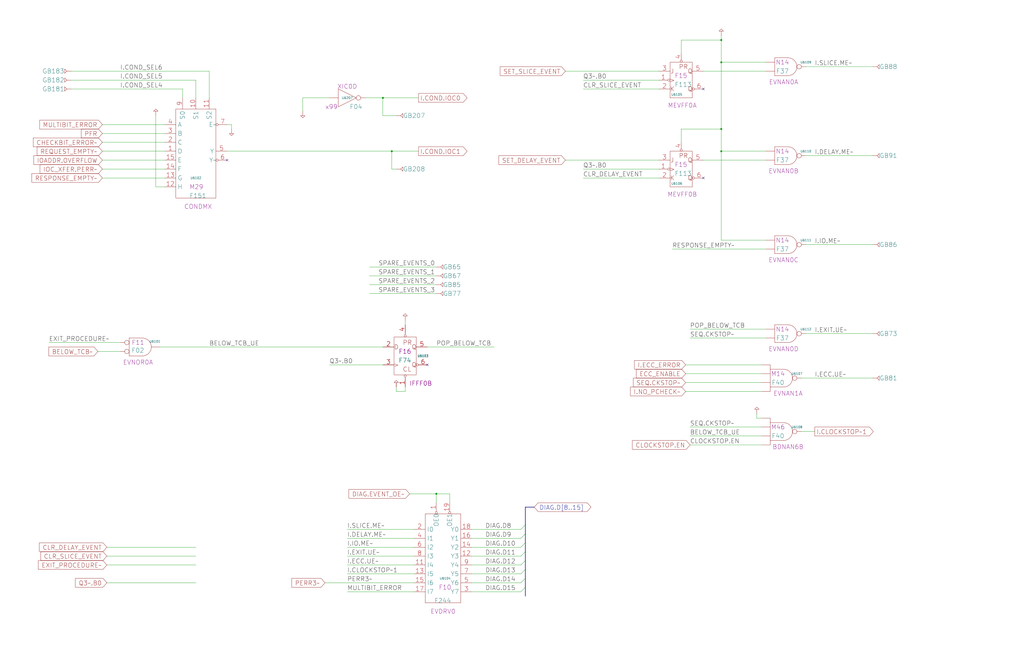
<source format=kicad_sch>
(kicad_sch (version 20221004) (generator eeschema)
  (paper "User" 584.2 378.46)
  (title_block (title "CONDITIONS AND EVENTS") (date "22-SEP-90") (rev "2.0") (comment 1 "IOC") (comment 2 "232-003061") (comment 3 "S400") (comment 4 "RELEASED"))
  (lib_symbols
    (symbol "r1000:F02" (pin_numbers hide) (pin_names hide)
      (property "Reference" "U" (at 12.16 0.635 0))
      (property "Value" "F02" (at -1.27 -4.445 0))
      (property "Location" "___" (at 2.54 0 0))
      (property "Name" "______" (at 2.54 -12.7 0))
      (symbol "F02_0_1"
        (arc (start -3.81 -7.62) (mid -2.9847 -2.54) (end -3.81 2.54) (stroke (width 0.1524)))
        (polyline (pts (xy -5.08 -5.08) (xy -3.175 -5.08)) (stroke (width 0.1524)))
        (polyline (pts (xy -5.08 0) (xy -3.175 0)) (stroke (width 0.1524)))
        (polyline (pts (xy -3.81 -7.62) (xy 2.54 -7.62)) (stroke (width 0.1524)))
        (polyline (pts (xy -3.81 2.54) (xy 2.54 2.54)) (stroke (width 0.1524)))
        (polyline (pts (xy 13.97 -2.54) (xy 12.7 -2.54)) (stroke (width 0.1524)))
        (arc (start 2.54 -7.62) (mid 6.9515 -5.9823) (end 10.16 -2.54) (stroke (width 0.1524)))
        (arc (start 10.16 -2.54) (mid 6.9478 0.8966) (end 2.54 2.54) (stroke (width 0.1524)))
        (circle (center 11.43 -2.54) (radius 1.27) (stroke (width 0.1524)))
      )
      (symbol "F02_0_2"
        (circle (center -3.81 -5.08) (radius 1.27) (stroke (width 0.1524)))
        (circle (center -3.81 0) (radius 1.27) (stroke (width 0.1524)))
        (polyline (pts (xy -2.54 -7.62) (xy 5.08 -7.62)) (stroke (width 0.1524)))
        (polyline (pts (xy -2.54 2.54) (xy -2.54 -7.62)) (stroke (width 0.1524)))
        (polyline (pts (xy -2.54 2.54) (xy 5.08 2.54)) (stroke (width 0.1524)))
        (polyline (pts (xy 11.43 -2.54) (xy 10.16 -2.54)) (stroke (width 0.1524)))
        (polyline (pts (xy 11.43 -2.54) (xy 12.7 -2.54)) (stroke (width 0.1524)))
        (arc (start 5.08 -7.62) (mid 10.1282 -2.54) (end 5.08 2.54) (stroke (width 0.1524)))
      )
      (symbol "F02_1_1"
        (pin input line (at -7.62 0 0) (length 2.54) (name "D0") (number "1"))
        (pin input line (at -7.62 -5.08 0) (length 2.54) (name "D1") (number "2"))
        (pin output line (at 15.24 -2.54 180) (length 1.27) (name "Q") (number "3"))
      )
      (symbol "F02_1_2"
        (pin input line (at -7.62 0 0) (length 2.54) (name "D0") (number "1"))
        (pin input line (at -7.62 -5.08 0) (length 2.54) (name "D1") (number "2"))
        (pin output line (at 15.24 -2.54 180) (length 2.54) (name "Q") (number "3"))
      )
    )
    (symbol "r1000:F04" (pin_numbers hide) (pin_names hide)
      (property "Reference" "U" (at 0 0 0))
      (property "Value" "F04" (at 1.27 -5.08 0))
      (property "Location" "___" (at -12.7 -5.08 0))
      (property "Name" "______" (at 0 5.08 0))
      (symbol "F04_0_1"
        (polyline (pts (xy -7.62 0) (xy -5.08 0)) (stroke (width 0.1524)))
        (polyline (pts (xy -5.08 5.08) (xy -5.08 -5.08)) (stroke (width 0.1524)))
        (polyline (pts (xy 5.08 0) (xy -5.08 -5.08)) (stroke (width 0.1524)))
        (polyline (pts (xy 5.08 0) (xy -5.08 5.08)) (stroke (width 0.1524)))
        (circle (center 6.35 0) (radius 1.27) (stroke (width 0.1524)))
      )
      (symbol "F04_1_1"
        (pin input line (at -10.16 0 0) (length 2.54) (name "D0") (number "1"))
        (pin output line (at 10.16 0 180) (length 2.54) (name "Q") (number "2"))
      )
    )
    (symbol "r1000:F113" (pin_names (offset 1.016) hide)
      (property "Reference" "U" (at 0 -10.795 0))
      (property "Value" "F113" (at -1.27 -5.08 0))
      (property "Location" "___" (at -1.27 0 0))
      (property "Name" "______" (at 3.175 -18.415 0))
      (symbol "F113_0_1"
        (rectangle (start -3.81 7.62) (end 8.89 -12.7) (stroke (width 0.1524)))
      )
      (symbol "F113_1_1"
        (circle (center -4.445 -2.54) (radius 0.635))
        (circle (center 2.54 8.255) (radius 0.635))
        (circle (center 9.525 -7.62) (radius 0.635))
        (text ">" (at -2.54 -2.54 0) (effects (font (size 2.54 2.54))))
        (text "J" (at -2.54 2.54 0) (effects (font (size 2.54 2.54))))
        (text "K" (at -2.54 -7.62 0) (effects (font (size 2.54 2.54))))
        (text "P" (at 2.54 5.08 0) (effects (font (size 2.54 2.54))))
        (text "Q" (at 7.62 -7.62 0) (effects (font (size 2.54 2.54))))
        (text "Q" (at 7.62 2.54 0) (effects (font (size 2.54 2.54))))
        (text "R" (at 5.08 5.08 0) (effects (font (size 2.54 2.54))))
        (pin input line (at -10.16 -2.54 0) (length 5.08) (name "CLK_") (number "1"))
        (pin input line (at -10.16 -7.62 0) (length 6.35) (name "K") (number "2"))
        (pin input line (at -10.16 2.54 0) (length 6.35) (name "J") (number "3"))
        (pin input line (at 2.54 12.7 270) (length 3.81) (name "PR_") (number "4"))
        (pin output line (at 15.24 2.54 180) (length 6.35) (name "Q") (number "5"))
        (pin output line (at 15.24 -7.62 180) (length 5.08) (name "Q_") (number "6"))
      )
    )
    (symbol "r1000:F151" (pin_names (offset 1.016))
      (property "Reference" "U" (at 2.54 5.08 0))
      (property "Value" "F151" (at -1.27 -5.08 0))
      (property "Location" "___" (at -1.27 0 0))
      (property "Name" "______" (at 3.81 -12.7 0))
      (symbol "F151_1_1"
        (rectangle (start -8.89 44.45) (end 13.97 -6.35))
        (circle (center 14.605 15.24) (radius 0.635))
        (circle (center 14.605 35.56) (radius 0.635))
        (pin input line (at -15.24 20.32 0) (length 6.35) (name "D") (number "1"))
        (pin input line (at 2.54 50.8 270) (length 6.35) (name "S1") (number "10"))
        (pin input line (at 10.16 50.8 270) (length 6.35) (name "S2") (number "11"))
        (pin input line (at -15.24 0 0) (length 6.35) (name "H") (number "12"))
        (pin input line (at -15.24 5.08 0) (length 6.35) (name "G") (number "13"))
        (pin input line (at -15.24 10.16 0) (length 6.35) (name "F") (number "14"))
        (pin input line (at -15.24 15.24 0) (length 6.35) (name "E") (number "15"))
        (pin input line (at -15.24 25.4 0) (length 6.35) (name "C") (number "2"))
        (pin input line (at -15.24 30.48 0) (length 6.35) (name "B") (number "3"))
        (pin input line (at -15.24 35.56 0) (length 6.35) (name "A") (number "4"))
        (pin output line (at 20.32 20.32 180) (length 6.35) (name "Y") (number "5"))
        (pin output line (at 20.32 15.24 180) (length 5.08) (name "Y~") (number "6"))
        (pin input line (at 20.32 35.56 180) (length 5.08) (name "E~") (number "7"))
        (pin input line (at -5.08 50.8 270) (length 6.35) (name "S0") (number "9"))
      )
    )
    (symbol "r1000:F244" (pin_names (offset 1.016))
      (property "Reference" "U" (at 2.54 5.08 0))
      (property "Value" "F244" (at -3.81 -7.62 0))
      (property "Location" "___" (at -1.27 0 0))
      (property "Name" "______" (at 1.27 -15.24 0))
      (symbol "F244_1_1"
        (rectangle (start -8.89 41.91) (end 11.43 -8.89))
        (circle (center -2.54 42.545) (radius 0.635))
        (circle (center 5.08 42.545) (radius 0.635))
        (pin input line (at -2.54 48.26 270) (length 5.08) (name "OE0") (number "1"))
        (pin input line (at -15.24 12.7 0) (length 6.35) (name "I4") (number "11"))
        (pin tri_state line (at 17.78 17.78 180) (length 6.35) (name "Y3") (number "12"))
        (pin input line (at -15.24 7.62 0) (length 6.35) (name "I5") (number "13"))
        (pin tri_state line (at 17.78 22.86 180) (length 6.35) (name "Y2") (number "14"))
        (pin input line (at -15.24 2.54 0) (length 6.35) (name "I6") (number "15"))
        (pin tri_state line (at 17.78 27.94 180) (length 6.35) (name "Y1") (number "16"))
        (pin input line (at -15.24 -2.54 0) (length 6.35) (name "I7") (number "17"))
        (pin tri_state line (at 17.78 33.02 180) (length 6.35) (name "Y0") (number "18"))
        (pin input line (at 5.08 48.26 270) (length 5.08) (name "OE1") (number "19"))
        (pin input line (at -15.24 33.02 0) (length 6.35) (name "I0") (number "2"))
        (pin tri_state line (at 17.78 -2.54 180) (length 6.35) (name "Y7") (number "3"))
        (pin input line (at -15.24 27.94 0) (length 6.35) (name "I1") (number "4"))
        (pin tri_state line (at 17.78 2.54 180) (length 6.35) (name "Y6") (number "5"))
        (pin input line (at -15.24 22.86 0) (length 6.35) (name "I2") (number "6"))
        (pin tri_state line (at 17.78 7.62 180) (length 6.35) (name "Y5") (number "7"))
        (pin input line (at -15.24 17.78 0) (length 6.35) (name "I3") (number "8"))
        (pin tri_state line (at 17.78 12.7 180) (length 6.35) (name "Y4") (number "9"))
      )
    )
    (symbol "r1000:F37" (pin_numbers hide) (pin_names (offset 0) hide)
      (property "Reference" "U" (at 15.24 0 0))
      (property "Value" "F37" (at 1.905 -5.08 0))
      (property "Location" "___" (at 1.905 0 0))
      (property "Name" "______" (at 2.54 -12.7 0))
      (symbol "F37_0_1"
        (polyline (pts (xy -2.54 -7.62) (xy 5.08 -7.62)) (stroke (width 0.1524)))
        (polyline (pts (xy -2.54 2.54) (xy -2.54 -7.62)) (stroke (width 0.1524)))
        (polyline (pts (xy -2.54 2.54) (xy 5.08 2.54)) (stroke (width 0.1524)))
        (arc (start 5.08 -7.62) (mid 10.1282 -2.54) (end 5.08 2.54) (stroke (width 0.1524)))
        (circle (center 11.43 -2.54) (radius 1.27) (stroke (width 0.1524)))
      )
      (symbol "F37_0_2"
        (circle (center -3.81 -5.08) (radius 1.27) (stroke (width 0.1524)))
        (circle (center -3.81 0) (radius 1.27) (stroke (width 0.1524)))
        (arc (start -3.175 -7.62) (mid -2.134 -2.54) (end -3.175 2.54) (stroke (width 0.1524)))
        (polyline (pts (xy -3.175 -7.62) (xy 3.81 -7.62)) (stroke (width 0.1524)))
        (polyline (pts (xy -3.175 2.54) (xy 3.81 2.54)) (stroke (width 0.1524)))
        (arc (start 3.81 -7.62) (mid 7.5855 -5.8306) (end 10.16 -2.54) (stroke (width 0.1524)))
        (arc (start 10.16 -2.54) (mid 7.5827 0.7471) (end 3.81 2.54) (stroke (width 0.1524)))
      )
      (symbol "F37_1_1"
        (pin input line (at -7.62 0 0) (length 5.08) (name "D0") (number "1"))
        (pin input line (at -7.62 -5.08 0) (length 5.08) (name "D1") (number "2"))
        (pin output line (at 15.24 -2.54 180) (length 2.54) (name "Q") (number "3"))
      )
      (symbol "F37_1_2"
        (pin input line (at -7.62 0 0) (length 2.54) (name "D0") (number "1"))
        (pin input line (at -7.62 -5.08 0) (length 2.54) (name "D1") (number "2"))
        (pin output line (at 15.24 -2.54 180) (length 5.08) (name "Q") (number "3"))
      )
    )
    (symbol "r1000:F40" (pin_numbers hide) (pin_names hide)
      (property "Reference" "U" (at 12.7 2.54 0))
      (property "Value" "F40" (at 1.905 -2.54 0))
      (property "Location" "___" (at 1.905 2.54 0))
      (property "Name" "______" (at 7.62 -10.16 0))
      (symbol "F40_0_0"
        (polyline (pts (xy -2.54 -5.08) (xy 5.08 -5.08)) (stroke (width 0.1524)))
        (polyline (pts (xy -2.54 5.08) (xy 5.08 5.08)) (stroke (width 0.1524)))
        (arc (start 5.08 -5.08) (mid 8.6721 -3.5921) (end 10.16 0) (stroke (width 0.1524)))
        (arc (start 10.16 0) (mid 8.6721 3.5921) (end 5.08 5.08) (stroke (width 0.1524)))
        (circle (center 11.43 0) (radius 1.27) (stroke (width 0.1524)))
      )
      (symbol "F40_0_1"
        (polyline (pts (xy -2.54 -5.08) (xy -2.54 -7.62)) (stroke (width 0.1524)))
        (polyline (pts (xy -2.54 5.08) (xy -2.54 -5.08)) (stroke (width 0.1524)))
        (polyline (pts (xy -2.54 7.62) (xy -2.54 5.08)) (stroke (width 0.1524)))
      )
      (symbol "F40_1_1"
        (pin input line (at -7.62 7.62 0) (length 5.08) (name "D0") (number "1"))
        (pin input line (at -7.62 2.54 0) (length 5.08) (name "D3") (number "2"))
        (pin input line (at -7.62 -2.54 0) (length 5.08) (name "D4") (number "4"))
        (pin input line (at -7.62 -7.62 0) (length 5.08) (name "D5") (number "5"))
        (pin output line (at 15.24 0 180) (length 2.54) (name "Q") (number "6"))
      )
    )
    (symbol "r1000:F74" (pin_names (offset 1.016) hide)
      (property "Reference" "U" (at 12.7 -2.54 0))
      (property "Value" "F74" (at -1.27 -5.08 0))
      (property "Location" "___" (at -1.27 0 0))
      (property "Name" "______" (at 11.43 -19.685 0))
      (symbol "F74_0_1"
        (rectangle (start -3.81 8.255) (end 8.89 -13.335) (stroke (width 0.1524)))
        (polyline (pts (xy 2.54 -15.24) (xy 2.54 -14.605)) (stroke (width 0.1524)))
        (polyline (pts (xy 2.54 10.16) (xy 2.54 9.525)) (stroke (width 0.1524)))
      )
      (symbol "F74_1_1"
        (circle (center 2.54 -13.97) (radius 0.635))
        (circle (center 2.54 8.89) (radius 0.635))
        (circle (center 9.525 -7.62) (radius 0.635))
        (text ">" (at -2.54 -7.62 0) (effects (font (size 2.54 2.54))))
        (text "C" (at 2.54 -10.16 0) (effects (font (size 2.54 2.54))))
        (text "D" (at -2.54 2.54 0) (effects (font (size 2.54 2.54))))
        (text "L" (at 5.08 -10.16 0) (effects (font (size 2.54 2.54))))
        (text "P" (at 2.54 5.08 0) (effects (font (size 2.54 2.54))))
        (text "Q" (at 7.62 -7.62 0) (effects (font (size 2.54 2.54))))
        (text "Q" (at 7.62 2.54 0) (effects (font (size 2.54 2.54))))
        (text "R" (at 5.08 5.08 0) (effects (font (size 2.54 2.54))))
        (pin input line (at 2.54 -20.32 90) (length 5.08) (name "CL_") (number "1"))
        (pin input line (at -10.16 2.54 0) (length 6.35) (name "D") (number "2"))
        (pin input line (at -10.16 -7.62 0) (length 6.35) (name "CLK") (number "3"))
        (pin input line (at 2.54 15.24 270) (length 5.08) (name "PR_") (number "4"))
        (pin output line (at 15.24 2.54 180) (length 6.35) (name "Q") (number "5"))
        (pin output line (at 15.24 -7.62 180) (length 5.08) (name "Q_") (number "6"))
      )
    )
    (symbol "r1000:GB" (pin_numbers hide) (pin_names (offset 0) hide)
      (property "Reference" "GB" (at 3.81 0 0))
      (symbol "GB_0_1"
        (polyline (pts (xy 2.54 0) (xy 3.81 1.27) (xy 3.81 -1.27) (xy 2.54 0)) (stroke (width 0.1524)))
      )
      (symbol "GB_1_1"
        (pin bidirectional line (at 0 0 0) (length 2.54) (name "") (number "1"))
      )
    )
    (symbol "r1000:PD" (power) (pin_numbers hide) (pin_names hide) (in_bom no)
      (symbol "PD_0_1"
        (polyline (pts (xy 0 -2.54) (xy 1.27 -2.54) (xy 0 -3.81) (xy -1.27 -2.54) (xy 0 -2.54)) (stroke (width 0.1524)))
      )
      (symbol "PD_1_1"
        (pin power_in line (at 0 0 270) (length 2.54) (name "PD") (number "1"))
      )
    )
    (symbol "r1000:PU" (power) (pin_numbers hide) (pin_names hide)
      (symbol "PU_0_1"
        (polyline (pts (xy 0 2.54) (xy -1.27 2.54) (xy 0 3.81) (xy 1.27 2.54) (xy 0 2.54)) (stroke (width 0.1524)))
      )
      (symbol "PU_1_1"
        (pin power_in line (at 0 0 90) (length 2.54) (name "PU") (number "1"))
      )
    )
  )
  (junction (at 411.48 35.56))
  (junction (at 411.48 22.86))
  (junction (at 223.52 86.36))
  (junction (at 248.92 281.94))
  (junction (at 218.44 55.88))
  (junction (at 411.48 73.66))
  (junction (at 411.48 86.36))
  (no_connect (at 243.84 208.28))
  (no_connect (at 401.32 50.8))
  (no_connect (at 401.32 101.6))
  (no_connect (at 129.54 91.44))
  (bus_entry (at 299.72 325.12) (size -2.54 2.54))
  (bus_entry (at 299.72 320.04) (size -2.54 2.54))
  (bus_entry (at 299.72 330.2) (size -2.54 2.54))
  (bus_entry (at 299.72 304.8) (size -2.54 2.54))
  (bus_entry (at 299.72 314.96) (size -2.54 2.54))
  (bus_entry (at 299.72 299.72) (size -2.54 2.54))
  (bus_entry (at 299.72 309.88) (size -2.54 2.54))
  (bus_entry (at 299.72 335.28) (size -2.54 2.54))
  (wire (pts (xy 388.62 22.86) (xy 411.48 22.86)))
  (wire (pts (xy 40.64 45.72) (xy 111.76 45.72)))
  (wire (pts (xy 172.72 55.88) (xy 187.96 55.88)))
  (wire (pts (xy 269.24 307.34) (xy 297.18 307.34)))
  (wire (pts (xy 226.06 96.52) (xy 223.52 96.52)))
  (wire (pts (xy 60.96 317.5) (xy 111.76 317.5)))
  (wire (pts (xy 248.92 281.94) (xy 248.92 287.02)))
  (wire (pts (xy 391.16 208.28) (xy 434.34 208.28)))
  (wire (pts (xy 269.24 332.74) (xy 297.18 332.74)))
  (wire (pts (xy 55.88 200.66) (xy 68.58 200.66)))
  (wire (pts (xy 401.32 91.44) (xy 436.88 91.44)))
  (wire (pts (xy 388.62 73.66) (xy 411.48 73.66)))
  (wire (pts (xy 411.48 35.56) (xy 411.48 22.86)))
  (wire (pts (xy 132.08 71.12) (xy 132.08 73.66)))
  (wire (pts (xy 434.34 238.76) (xy 431.8 238.76)))
  (wire (pts (xy 459.74 38.1) (xy 497.84 38.1)))
  (bus (pts (xy 299.72 289.56) (xy 299.72 299.72)))
  (wire (pts (xy 322.58 40.64) (xy 375.92 40.64)))
  (wire (pts (xy 58.42 91.44) (xy 93.98 91.44)))
  (wire (pts (xy 129.54 71.12) (xy 132.08 71.12)))
  (wire (pts (xy 198.12 327.66) (xy 236.22 327.66)))
  (wire (pts (xy 411.48 86.36) (xy 436.88 86.36)))
  (wire (pts (xy 391.16 223.52) (xy 434.34 223.52)))
  (wire (pts (xy 269.24 302.26) (xy 297.18 302.26)))
  (wire (pts (xy 269.24 337.82) (xy 297.18 337.82)))
  (wire (pts (xy 91.44 198.12) (xy 218.44 198.12)))
  (wire (pts (xy 401.32 40.64) (xy 436.88 40.64)))
  (wire (pts (xy 60.96 332.74) (xy 111.76 332.74)))
  (wire (pts (xy 269.24 327.66) (xy 297.18 327.66)))
  (wire (pts (xy 198.12 337.82) (xy 236.22 337.82)))
  (wire (pts (xy 210.82 162.56) (xy 248.92 162.56)))
  (wire (pts (xy 256.54 287.02) (xy 256.54 281.94)))
  (wire (pts (xy 119.38 55.88) (xy 119.38 40.64)))
  (bus (pts (xy 299.72 299.72) (xy 299.72 304.8)))
  (wire (pts (xy 332.74 101.6) (xy 375.92 101.6)))
  (wire (pts (xy 269.24 317.5) (xy 297.18 317.5)))
  (bus (pts (xy 299.72 309.88) (xy 299.72 314.96)))
  (wire (pts (xy 391.16 218.44) (xy 434.34 218.44)))
  (wire (pts (xy 187.96 208.28) (xy 218.44 208.28)))
  (wire (pts (xy 411.48 35.56) (xy 436.88 35.56)))
  (bus (pts (xy 299.72 335.28) (xy 299.72 340.36)))
  (wire (pts (xy 93.98 106.68) (xy 88.9 106.68)))
  (wire (pts (xy 58.42 101.6) (xy 93.98 101.6)))
  (wire (pts (xy 198.12 322.58) (xy 236.22 322.58)))
  (wire (pts (xy 40.64 50.8) (xy 104.14 50.8)))
  (wire (pts (xy 457.2 215.9) (xy 497.84 215.9)))
  (wire (pts (xy 256.54 281.94) (xy 248.92 281.94)))
  (wire (pts (xy 388.62 81.28) (xy 388.62 73.66)))
  (wire (pts (xy 393.7 187.96) (xy 436.88 187.96)))
  (bus (pts (xy 299.72 314.96) (xy 299.72 320.04)))
  (wire (pts (xy 332.74 96.52) (xy 375.92 96.52)))
  (wire (pts (xy 248.92 281.94) (xy 233.68 281.94)))
  (bus (pts (xy 299.72 289.56) (xy 304.8 289.56)))
  (wire (pts (xy 269.24 322.58) (xy 297.18 322.58)))
  (wire (pts (xy 231.14 223.52) (xy 226.06 223.52)))
  (wire (pts (xy 218.44 66.04) (xy 218.44 55.88)))
  (wire (pts (xy 322.58 91.44) (xy 375.92 91.44)))
  (wire (pts (xy 226.06 223.52) (xy 226.06 220.98)))
  (wire (pts (xy 208.28 55.88) (xy 218.44 55.88)))
  (wire (pts (xy 393.7 193.04) (xy 436.88 193.04)))
  (bus (pts (xy 299.72 320.04) (xy 299.72 325.12)))
  (wire (pts (xy 223.52 86.36) (xy 223.52 96.52)))
  (bus (pts (xy 299.72 330.2) (xy 299.72 335.28)))
  (wire (pts (xy 27.94 195.58) (xy 68.58 195.58)))
  (wire (pts (xy 332.74 50.8) (xy 375.92 50.8)))
  (wire (pts (xy 58.42 81.28) (xy 93.98 81.28)))
  (wire (pts (xy 231.14 182.88) (xy 231.14 185.42)))
  (wire (pts (xy 218.44 55.88) (xy 238.76 55.88)))
  (wire (pts (xy 223.52 86.36) (xy 238.76 86.36)))
  (wire (pts (xy 411.48 20.32) (xy 411.48 22.86)))
  (wire (pts (xy 58.42 71.12) (xy 93.98 71.12)))
  (wire (pts (xy 393.7 254) (xy 434.34 254)))
  (wire (pts (xy 60.96 312.42) (xy 111.76 312.42)))
  (wire (pts (xy 411.48 73.66) (xy 411.48 35.56)))
  (wire (pts (xy 198.12 307.34) (xy 236.22 307.34)))
  (wire (pts (xy 198.12 312.42) (xy 236.22 312.42)))
  (wire (pts (xy 411.48 137.16) (xy 411.48 86.36)))
  (wire (pts (xy 388.62 30.48) (xy 388.62 22.86)))
  (wire (pts (xy 231.14 220.98) (xy 231.14 223.52)))
  (wire (pts (xy 248.92 167.64) (xy 210.82 167.64)))
  (wire (pts (xy 459.74 139.7) (xy 497.84 139.7)))
  (wire (pts (xy 459.74 190.5) (xy 497.84 190.5)))
  (bus (pts (xy 299.72 325.12) (xy 299.72 330.2)))
  (wire (pts (xy 185.42 332.74) (xy 236.22 332.74)))
  (wire (pts (xy 210.82 152.4) (xy 248.92 152.4)))
  (wire (pts (xy 104.14 55.88) (xy 104.14 50.8)))
  (wire (pts (xy 243.84 198.12) (xy 281.94 198.12)))
  (wire (pts (xy 198.12 317.5) (xy 236.22 317.5)))
  (wire (pts (xy 60.96 322.58) (xy 111.76 322.58)))
  (wire (pts (xy 431.8 238.76) (xy 431.8 236.22)))
  (wire (pts (xy 172.72 63.5) (xy 172.72 55.88)))
  (wire (pts (xy 459.74 88.9) (xy 497.84 88.9)))
  (wire (pts (xy 332.74 45.72) (xy 375.92 45.72)))
  (wire (pts (xy 58.42 76.2) (xy 93.98 76.2)))
  (wire (pts (xy 393.7 243.84) (xy 434.34 243.84)))
  (wire (pts (xy 40.64 40.64) (xy 119.38 40.64)))
  (wire (pts (xy 411.48 86.36) (xy 411.48 73.66)))
  (wire (pts (xy 210.82 157.48) (xy 248.92 157.48)))
  (wire (pts (xy 269.24 312.42) (xy 297.18 312.42)))
  (wire (pts (xy 111.76 55.88) (xy 111.76 45.72)))
  (bus (pts (xy 299.72 304.8) (xy 299.72 309.88)))
  (wire (pts (xy 58.42 96.52) (xy 93.98 96.52)))
  (wire (pts (xy 88.9 106.68) (xy 88.9 66.04)))
  (wire (pts (xy 436.88 137.16) (xy 411.48 137.16)))
  (wire (pts (xy 129.54 86.36) (xy 223.52 86.36)))
  (wire (pts (xy 58.42 86.36) (xy 93.98 86.36)))
  (wire (pts (xy 457.2 246.38) (xy 464.82 246.38)))
  (wire (pts (xy 393.7 248.92) (xy 434.34 248.92)))
  (wire (pts (xy 226.06 66.04) (xy 218.44 66.04)))
  (wire (pts (xy 383.54 142.24) (xy 436.88 142.24)))
  (wire (pts (xy 391.16 213.36) (xy 434.34 213.36)))
  (wire (pts (xy 198.12 302.26) (xy 236.22 302.26)))
  (label "Q3~.B0" (at 332.74 96.52 0) (effects (font (size 2.54 2.54))))
  (label "DIAG.D10" (at 276.86 312.42 0) (effects (font (size 2.54 2.54))))
  (label "I.COND_SEL6" (at 68.58 40.64 0) (effects (font (size 2.54 2.54))))
  (label "I.ECC.UE~" (at 464.82 215.9 0) (effects (font (size 2.54 2.54))))
  (label "I.CLOCKSTOP~1" (at 198.12 327.66 0) (effects (font (size 2.54 2.54))))
  (label "DIAG.D14" (at 276.86 332.74 0) (effects (font (size 2.54 2.54))))
  (label "I.SLICE.ME~" (at 198.12 302.26 0) (effects (font (size 2.54 2.54))))
  (label "I.DELAY.ME~" (at 198.12 307.34 0) (effects (font (size 2.54 2.54))))
  (label "POP_BELOW_TCB" (at 248.92 198.12 0) (effects (font (size 2.54 2.54))))
  (label "RESPONSE_EMPTY~" (at 383.54 142.24 0) (effects (font (size 2.54 2.54))))
  (label "SEQ.CKSTOP~" (at 393.7 243.84 0) (effects (font (size 2.54 2.54))))
  (label "Q3~.B0" (at 187.96 208.28 0) (effects (font (size 2.54 2.54))))
  (label "I.IO.ME~" (at 464.82 139.7 0) (effects (font (size 2.54 2.54))))
  (label "I.IO.ME~" (at 198.12 312.42 0) (effects (font (size 2.54 2.54))))
  (label "EXIT_PROCEDURE~" (at 27.94 195.58 0) (effects (font (size 2.54 2.54))))
  (label "MULTIBIT_ERROR" (at 198.12 337.82 0) (effects (font (size 2.54 2.54))))
  (label "I.EXIT.UE~" (at 464.82 190.5 0) (effects (font (size 2.54 2.54))))
  (label "I.EXIT.UE~" (at 198.12 317.5 0) (effects (font (size 2.54 2.54))))
  (label "SPARE_EVENTS_2" (at 215.9 162.56 0) (effects (font (size 2.54 2.54))))
  (label "I.COND_SEL4" (at 68.58 50.8 0) (effects (font (size 2.54 2.54))))
  (label "I.ECC.UE~" (at 198.12 322.58 0) (effects (font (size 2.54 2.54))))
  (label "Q3~.B0" (at 332.74 45.72 0) (effects (font (size 2.54 2.54))))
  (label "I.DELAY.ME~" (at 464.82 88.9 0) (effects (font (size 2.54 2.54))))
  (label "CLR_DELAY_EVENT" (at 332.74 101.6 0) (effects (font (size 2.54 2.54))))
  (label "DIAG.D15" (at 276.86 337.82 0) (effects (font (size 2.54 2.54))))
  (label "SEQ.CKSTOP~" (at 393.7 193.04 0) (effects (font (size 2.54 2.54))))
  (label "DIAG.D9" (at 276.86 307.34 0) (effects (font (size 2.54 2.54))))
  (label "SPARE_EVENTS_0" (at 215.9 152.4 0) (effects (font (size 2.54 2.54))))
  (label "CLOCKSTOP.EN" (at 393.7 254 0) (effects (font (size 2.54 2.54))))
  (label "DIAG.D13" (at 276.86 327.66 0) (effects (font (size 2.54 2.54))))
  (label "POP_BELOW_TCB" (at 393.7 187.96 0) (effects (font (size 2.54 2.54))))
  (label "SPARE_EVENTS_1" (at 215.9 157.48 0) (effects (font (size 2.54 2.54))))
  (label "DIAG.D8" (at 276.86 302.26 0) (effects (font (size 2.54 2.54))))
  (label "I.COND_SEL5" (at 68.58 45.72 0) (effects (font (size 2.54 2.54))))
  (label "DIAG.D11" (at 276.86 317.5 0) (effects (font (size 2.54 2.54))))
  (label "BELOW_TCB_UE" (at 393.7 248.92 0) (effects (font (size 2.54 2.54))))
  (label "I.SLICE.ME~" (at 464.82 38.1 0) (effects (font (size 2.54 2.54))))
  (label "CLR_SLICE_EVENT" (at 332.74 50.8 0) (effects (font (size 2.54 2.54))))
  (label "DIAG.D12" (at 276.86 322.58 0) (effects (font (size 2.54 2.54))))
  (label "SPARE_EVENTS_3" (at 215.9 167.64 0) (effects (font (size 2.54 2.54))))
  (label "BELOW_TCB_UE" (at 119.38 198.12 0) (effects (font (size 2.54 2.54))))
  (label "PERR3~" (at 198.12 332.74 0) (effects (font (size 2.54 2.54))))
  (global_label "BELOW_TCB~" (shape input) (at 55.88 200.66 180) (effects (font (size 2.54 2.54))) (property "Intersheet References" "${INTERSHEET_REFS}" (at 27.8311 200.5013 0) (effects (font (size 1.905 1.905)) (justify right))))
  (global_label "Q3~.B0" (shape input) (at 60.96 332.74 180) (effects (font (size 2.54 2.54))) (property "Intersheet References" "${INTERSHEET_REFS}" (at 43.0711 332.5813 0) (effects (font (size 1.905 1.905)) (justify right))))
  (global_label "DIAG.D[8..15]" (shape bidirectional) (at 304.8 289.56 0) (effects (font (size 2.54 2.54))) (property "Intersheet References" "${INTERSHEET_REFS}" (at 334.905 289.4013 0) (effects (font (size 1.905 1.905)) (justify left))))
  (global_label "I.ECC_ERROR" (shape input) (at 391.16 208.28 180) (effects (font (size 2.54 2.54))) (property "Intersheet References" "${INTERSHEET_REFS}" (at 362.0226 208.1213 0) (effects (font (size 1.905 1.905)) (justify right))))
  (global_label "SEQ.CKSTOP~" (shape input) (at 391.16 218.44 180) (effects (font (size 2.54 2.54))) (property "Intersheet References" "${INTERSHEET_REFS}" (at 361.2969 218.2813 0) (effects (font (size 1.905 1.905)) (justify right))))
  (global_label "CLOCKSTOP.EN" (shape input) (at 393.7 254 180) (effects (font (size 2.54 2.54))) (property "Intersheet References" "${INTERSHEET_REFS}" (at 360.432 253.8413 0) (effects (font (size 1.905 1.905)) (justify right))))
  (global_label "CLR_DELAY_EVENT" (shape input) (at 60.96 312.42 180) (effects (font (size 2.54 2.54))) (property "Intersheet References" "${INTERSHEET_REFS}" (at 22.5092 312.2613 0) (effects (font (size 1.905 1.905)) (justify right))))
  (global_label "CHECKBIT_ERROR~" (shape input) (at 58.42 81.28 180) (effects (font (size 2.54 2.54))) (property "Intersheet References" "${INTERSHEET_REFS}" (at 19.0016 81.1213 0) (effects (font (size 1.905 1.905)) (justify right))))
  (global_label "DIAG.EVENT_OE~" (shape input) (at 233.68 281.94 180) (effects (font (size 2.54 2.54))) (property "Intersheet References" "${INTERSHEET_REFS}" (at 199.0997 281.7813 0) (effects (font (size 1.905 1.905)) (justify right))))
  (global_label "I.CLOCKSTOP~1" (shape output) (at 464.82 246.38 0) (effects (font (size 2.54 2.54))) (property "Intersheet References" "${INTERSHEET_REFS}" (at 498.5718 246.2213 0) (effects (font (size 1.905 1.905)) (justify left))))
  (global_label "RESPONSE_EMPTY~" (shape input) (at 58.42 101.6 180) (effects (font (size 2.54 2.54))) (property "Intersheet References" "${INTERSHEET_REFS}" (at 18.155 101.4413 0) (effects (font (size 1.905 1.905)) (justify right))))
  (global_label "PFR" (shape input) (at 58.42 76.2 180) (effects (font (size 2.54 2.54))) (property "Intersheet References" "${INTERSHEET_REFS}" (at 46.3369 76.0413 0) (effects (font (size 1.905 1.905)) (justify right))))
  (global_label "SET_DELAY_EVENT" (shape input) (at 322.58 91.44 180) (effects (font (size 2.54 2.54))) (property "Intersheet References" "${INTERSHEET_REFS}" (at 284.613 91.2813 0) (effects (font (size 1.905 1.905)) (justify right))))
  (global_label "ECC_ENABLE" (shape input) (at 391.16 213.36 180) (effects (font (size 2.54 2.54))) (property "Intersheet References" "${INTERSHEET_REFS}" (at 362.9902 213.2013 0) (effects (font (size 1.905 1.905)) (justify right))))
  (global_label "MULTIBIT_ERROR" (shape input) (at 58.42 71.12 180) (effects (font (size 2.54 2.54))) (property "Intersheet References" "${INTERSHEET_REFS}" (at 22.6302 70.9613 0) (effects (font (size 1.905 1.905)) (justify right))))
  (global_label "REQUEST_EMPTY~" (shape input) (at 58.42 86.36 180) (effects (font (size 2.54 2.54))) (property "Intersheet References" "${INTERSHEET_REFS}" (at 21.1788 86.2013 0) (effects (font (size 1.905 1.905)) (justify right))))
  (global_label "IOC_XFER.PERR~" (shape input) (at 58.42 96.52 180) (effects (font (size 2.54 2.54))) (property "Intersheet References" "${INTERSHEET_REFS}" (at 22.8721 96.3613 0) (effects (font (size 1.905 1.905)) (justify right))))
  (global_label "PERR3~" (shape input) (at 185.42 332.74 180) (effects (font (size 2.54 2.54))) (property "Intersheet References" "${INTERSHEET_REFS}" (at 166.4426 332.5813 0) (effects (font (size 1.905 1.905)) (justify right))))
  (global_label "IOADDR.OVERFLOW" (shape input) (at 58.42 91.44 180) (effects (font (size 2.54 2.54))) (property "Intersheet References" "${INTERSHEET_REFS}" (at 19.2435 91.2813 0) (effects (font (size 1.905 1.905)) (justify right))))
  (global_label "CLR_SLICE_EVENT" (shape input) (at 60.96 317.5 180) (effects (font (size 2.54 2.54))) (property "Intersheet References" "${INTERSHEET_REFS}" (at 23.235 317.3413 0) (effects (font (size 1.905 1.905)) (justify right))))
  (global_label "I.NO_PCHECK~" (shape input) (at 391.16 223.52 180) (effects (font (size 2.54 2.54))) (property "Intersheet References" "${INTERSHEET_REFS}" (at 359.7245 223.3613 0) (effects (font (size 1.905 1.905)) (justify right))))
  (global_label "EXIT_PROCEDURE~" (shape input) (at 60.96 322.58 180) (effects (font (size 2.54 2.54))) (property "Intersheet References" "${INTERSHEET_REFS}" (at 21.9045 322.4213 0) (effects (font (size 1.905 1.905)) (justify right))))
  (global_label "I.COND.IOC0" (shape output) (at 238.76 55.88 0) (effects (font (size 2.54 2.54))) (property "Intersheet References" "${INTERSHEET_REFS}" (at 266.446 55.7213 0) (effects (font (size 1.905 1.905)) (justify left))))
  (global_label "I.COND.IOC1" (shape output) (at 238.76 86.36 0) (effects (font (size 2.54 2.54))) (property "Intersheet References" "${INTERSHEET_REFS}" (at 266.446 86.2013 0) (effects (font (size 1.905 1.905)) (justify left))))
  (global_label "SET_SLICE_EVENT" (shape input) (at 322.58 40.64 180) (effects (font (size 2.54 2.54))) (property "Intersheet References" "${INTERSHEET_REFS}" (at 285.3388 40.4813 0) (effects (font (size 1.905 1.905)) (justify right))))
  (symbol (lib_id "r1000:GB") (at 248.92 157.48 0) (unit 1)
    (property "Reference" "GB67" (at 252.73 157.48 0) (effects (font (size 2.54 2.54)) (justify left)))
    (property "Value" "GB" (effects hide))
  )
  (symbol (lib_id "r1000:GB") (at 497.84 139.7 0) (unit 1)
    (property "Reference" "GB86" (at 501.65 139.7 0) (effects (font (size 2.54 2.54)) (justify left)))
    (property "Value" "GB" (effects hide))
  )
  (symbol (lib_id "r1000:GB") (at 226.06 66.04 0) (unit 1)
    (property "Reference" "GB207" (at 229.87 66.04 0) (effects (font (size 2.54 2.54)) (justify left)))
    (property "Value" "GB" (effects hide))
  )
  (symbol (lib_id "r1000:PU") (at 231.14 182.88 0) (unit 1)
    (property "Reference" "#PWR06105" (effects hide))
    (property "Value" "PU" (effects hide))
  )
  (symbol (lib_id "r1000:PU") (at 431.8 236.22 0) (unit 1)
    (property "Reference" "#PWR06107" (effects hide))
    (property "Value" "PU" (effects hide))
  )
  (symbol (lib_id "r1000:GB") (at 40.64 45.72 0) (mirror y) (unit 1)
    (property "Reference" "GB182" (at 36.83 45.72 0) (effects (font (size 2.54 2.54)) (justify left)))
    (property "Value" "GB" (effects hide))
  )
  (symbol (lib_id "r1000:PU") (at 411.48 20.32 0) (unit 1)
    (property "Reference" "#PWR06106" (effects hide))
    (property "Value" "PU" (effects hide))
  )
  (symbol (lib_id "r1000:F74") (at 228.6 200.66 0) (unit 1)
    (property "Reference" "U6103" (at 241.3 203.2 0))
    (property "Value" "F74" (at 227.33 205.74 0) (effects (font (size 2.54 2.54)) (justify left)))
    (property "Location" "F16" (at 227.33 200.66 0) (effects (font (size 2.54 2.54)) (justify left)))
    (property "Name" "IFFF0B" (at 240.03 220.345 0) (effects (font (size 2.54 2.54)) (justify bottom)))
  )
  (symbol (lib_id "r1000:PD") (at 132.08 73.66 0) (unit 1) (in_bom no)
    (property "Reference" "#PWR06102" (effects hide))
    (property "Value" "PD" (effects hide))
  )
  (symbol (lib_id "r1000:PD") (at 172.72 63.5 0) (unit 1) (in_bom no)
    (property "Reference" "#PWR06206" (effects hide))
    (property "Value" "PD" (effects hide))
  )
  (symbol (lib_id "r1000:GB") (at 248.92 167.64 0) (unit 1)
    (property "Reference" "GB77" (at 252.73 167.64 0) (effects (font (size 2.54 2.54)) (justify left)))
    (property "Value" "GB" (effects hide))
  )
  (symbol (lib_id "r1000:F02") (at 76.2 195.58 0) (unit 1) (convert 2)
    (property "Reference" "U6101" (at 88.36 194.945 0))
    (property "Value" "F02" (at 74.93 200.025 0) (effects (font (size 2.54 2.54)) (justify left)))
    (property "Location" "F11" (at 78.74 195.58 0) (effects (font (size 2.54 2.54))))
    (property "Name" "EVNOR0A" (at 78.74 208.28 0) (effects (font (size 2.54 2.54)) (justify bottom)))
  )
  (symbol (lib_id "r1000:F04") (at 198.12 55.88 0) (unit 1)
    (property "Reference" "U6207" (at 198.12 55.88 0))
    (property "Value" "F04" (at 199.39 60.96 0) (effects (font (size 2.54 2.54)) (justify left)))
    (property "Location" "x99" (at 185.42 60.96 0) (effects (font (size 2.54 2.54)) (justify left)))
    (property "Name" "XIC0D" (at 198.12 50.8 0) (effects (font (size 2.54 2.54)) (justify bottom)))
  )
  (symbol (lib_id "r1000:GB") (at 497.84 190.5 0) (unit 1)
    (property "Reference" "GB73" (at 501.65 190.5 0) (effects (font (size 2.54 2.54)) (justify left)))
    (property "Value" "GB" (effects hide))
  )
  (symbol (lib_id "r1000:PU") (at 226.06 220.98 0) (unit 1)
    (property "Reference" "#PWR06104" (effects hide))
    (property "Value" "PU" (effects hide))
  )
  (symbol (lib_id "r1000:F37") (at 444.5 35.56 0) (unit 1)
    (property "Reference" "U6109" (at 459.74 35.56 0))
    (property "Value" "F37" (at 446.405 40.64 0) (effects (font (size 2.54 2.54))))
    (property "Location" "N14" (at 446.405 35.56 0) (effects (font (size 2.54 2.54))))
    (property "Name" "EVNAN0A" (at 447.04 48.26 0) (effects (font (size 2.54 2.54)) (justify bottom)))
  )
  (symbol (lib_id "r1000:GB") (at 248.92 162.56 0) (unit 1)
    (property "Reference" "GB85" (at 252.73 162.56 0) (effects (font (size 2.54 2.54)) (justify left)))
    (property "Value" "GB" (effects hide))
  )
  (symbol (lib_id "r1000:GB") (at 497.84 38.1 0) (unit 1)
    (property "Reference" "GB88" (at 501.65 38.1 0) (effects (font (size 2.54 2.54)) (justify left)))
    (property "Value" "GB" (effects hide))
  )
  (symbol (lib_id "r1000:F40") (at 441.96 215.9 0) (unit 1)
    (property "Reference" "U6107" (at 454.66 213.36 0))
    (property "Value" "F40" (at 443.865 218.44 0) (effects (font (size 2.54 2.54))))
    (property "Location" "M14" (at 443.865 213.36 0) (effects (font (size 2.54 2.54))))
    (property "Name" "EVNAN1A" (at 449.58 226.06 0) (effects (font (size 2.54 2.54)) (justify bottom)))
  )
  (symbol (lib_id "r1000:F244") (at 251.46 335.28 0) (unit 1)
    (property "Reference" "U6104" (at 254 330.2 0))
    (property "Value" "F244" (at 247.65 342.9 0) (effects (font (size 2.54 2.54)) (justify left)))
    (property "Location" "F10" (at 250.19 335.28 0) (effects (font (size 2.54 2.54)) (justify left)))
    (property "Name" "EVDRV0" (at 252.73 350.52 0) (effects (font (size 2.54 2.54)) (justify bottom)))
  )
  (symbol (lib_id "r1000:F37") (at 444.5 187.96 0) (unit 1)
    (property "Reference" "U6112" (at 459.74 187.96 0))
    (property "Value" "F37" (at 446.405 193.04 0) (effects (font (size 2.54 2.54))))
    (property "Location" "N14" (at 446.405 187.96 0) (effects (font (size 2.54 2.54))))
    (property "Name" "EVNAN0D" (at 447.04 200.66 0) (effects (font (size 2.54 2.54)) (justify bottom)))
  )
  (symbol (lib_id "r1000:F113") (at 386.08 43.18 0) (unit 1)
    (property "Reference" "U6105" (at 386.08 53.975 0))
    (property "Value" "F113" (at 384.81 48.26 0) (effects (font (size 2.54 2.54)) (justify left)))
    (property "Location" "F15" (at 384.81 43.18 0) (effects (font (size 2.54 2.54)) (justify left)))
    (property "Name" "MEVFF0A" (at 389.255 61.595 0) (effects (font (size 2.54 2.54)) (justify bottom)))
  )
  (symbol (lib_id "r1000:F37") (at 444.5 137.16 0) (unit 1)
    (property "Reference" "U6111" (at 459.74 137.16 0))
    (property "Value" "F37" (at 446.405 142.24 0) (effects (font (size 2.54 2.54))))
    (property "Location" "N14" (at 446.405 137.16 0) (effects (font (size 2.54 2.54))))
    (property "Name" "EVNAN0C" (at 447.04 149.86 0) (effects (font (size 2.54 2.54)) (justify bottom)))
  )
  (symbol (lib_id "r1000:F40") (at 441.96 246.38 0) (unit 1)
    (property "Reference" "U6108" (at 454.66 243.84 0))
    (property "Value" "F40" (at 443.865 248.92 0) (effects (font (size 2.54 2.54))))
    (property "Location" "M46" (at 443.865 243.84 0) (effects (font (size 2.54 2.54))))
    (property "Name" "BDNAN6B" (at 449.58 256.54 0) (effects (font (size 2.54 2.54)) (justify bottom)))
  )
  (symbol (lib_id "r1000:GB") (at 497.84 215.9 0) (unit 1)
    (property "Reference" "GB81" (at 501.65 215.9 0) (effects (font (size 2.54 2.54)) (justify left)))
    (property "Value" "GB" (effects hide))
  )
  (symbol (lib_id "r1000:GB") (at 40.64 40.64 0) (mirror y) (unit 1)
    (property "Reference" "GB183" (at 36.83 40.64 0) (effects (font (size 2.54 2.54)) (justify left)))
    (property "Value" "GB" (effects hide))
  )
  (symbol (lib_id "r1000:F37") (at 444.5 86.36 0) (unit 1)
    (property "Reference" "U6110" (at 459.74 86.36 0))
    (property "Value" "F37" (at 446.405 91.44 0) (effects (font (size 2.54 2.54))))
    (property "Location" "N14" (at 446.405 86.36 0) (effects (font (size 2.54 2.54))))
    (property "Name" "EVNAN0B" (at 447.04 99.06 0) (effects (font (size 2.54 2.54)) (justify bottom)))
  )
  (symbol (lib_id "r1000:GB") (at 226.06 96.52 0) (unit 1)
    (property "Reference" "GB208" (at 229.87 96.52 0) (effects (font (size 2.54 2.54)) (justify left)))
    (property "Value" "GB" (effects hide))
  )
  (symbol (lib_id "r1000:GB") (at 40.64 50.8 0) (mirror y) (unit 1)
    (property "Reference" "GB181" (at 36.83 50.8 0) (effects (font (size 2.54 2.54)) (justify left)))
    (property "Value" "GB" (effects hide))
  )
  (symbol (lib_id "r1000:GB") (at 248.92 152.4 0) (unit 1)
    (property "Reference" "GB65" (at 252.73 152.4 0) (effects (font (size 2.54 2.54)) (justify left)))
    (property "Value" "GB" (effects hide))
  )
  (symbol (lib_id "r1000:PU") (at 88.9 66.04 0) (unit 1)
    (property "Reference" "#PWR06101" (effects hide))
    (property "Value" "PU" (effects hide))
  )
  (symbol (lib_id "r1000:F151") (at 109.22 106.68 0) (unit 1)
    (property "Reference" "U6102" (at 111.76 101.6 0))
    (property "Value" "F151" (at 107.95 111.76 0) (effects (font (size 2.54 2.54)) (justify left)))
    (property "Location" "M29" (at 107.95 106.68 0) (effects (font (size 2.54 2.54)) (justify left)))
    (property "Name" "CONDMX" (at 113.03 119.38 0) (effects (font (size 2.54 2.54)) (justify bottom)))
  )
  (symbol (lib_id "r1000:GB") (at 497.84 88.9 0) (unit 1)
    (property "Reference" "GB91" (at 501.65 88.9 0) (effects (font (size 2.54 2.54)) (justify left)))
    (property "Value" "GB" (effects hide))
  )
  (symbol (lib_id "r1000:F113") (at 386.08 93.98 0) (unit 1)
    (property "Reference" "U6106" (at 386.08 104.775 0))
    (property "Value" "F113" (at 384.81 99.06 0) (effects (font (size 2.54 2.54)) (justify left)))
    (property "Location" "F15" (at 384.81 93.98 0) (effects (font (size 2.54 2.54)) (justify left)))
    (property "Name" "MEVFF0B" (at 389.255 112.395 0) (effects (font (size 2.54 2.54)) (justify bottom)))
  )
)
</source>
